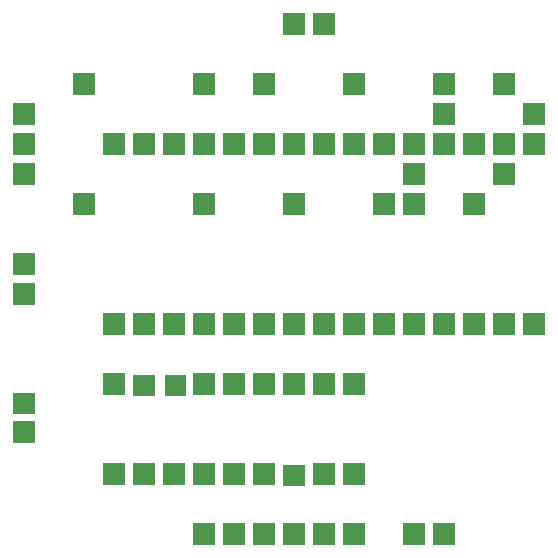
<source format=gtl>
G04 Layer: TopLayer*
G04 EasyEDA v6.4.19.5, 2021-06-09T19:17:38+02:00*
G04 94c66fb5ae3c4a55bd9af1bff0602b37,3a21a940fc264e4589df007fb316c5b6,10*
G04 Gerber Generator version 0.2*
G04 Scale: 100 percent, Rotated: No, Reflected: No *
G04 Dimensions in millimeters *
G04 leading zeros omitted , absolute positions ,4 integer and 5 decimal *
%FSLAX45Y45*%
%MOMM*%

%ADD10C,0.0001*%

%LPD*%
G36*
X9943000Y3518999D02*
G01*
X10122999Y3518999D01*
X10122999Y3339000D01*
X9943000Y3339000D01*
G37*
G36*
X9689000Y3518999D02*
G01*
X9868999Y3518999D01*
X9868999Y3339000D01*
X9689000Y3339000D01*
G37*
G36*
X9181000Y3518999D02*
G01*
X9360999Y3518999D01*
X9360999Y3339000D01*
X9181000Y3339000D01*
G37*
G36*
X9435000Y3518999D02*
G01*
X9614999Y3518999D01*
X9614999Y3339000D01*
X9435000Y3339000D01*
G37*
G36*
X8927000Y3518999D02*
G01*
X9106999Y3518999D01*
X9106999Y3339000D01*
X8927000Y3339000D01*
G37*
G36*
X8673000Y3518999D02*
G01*
X8852999Y3518999D01*
X8852999Y3339000D01*
X8673000Y3339000D01*
G37*
G36*
X8419000Y3518999D02*
G01*
X8598999Y3518999D01*
X8598999Y3339000D01*
X8419000Y3339000D01*
G37*
G36*
X8165000Y3518999D02*
G01*
X8344999Y3518999D01*
X8344999Y3339000D01*
X8165000Y3339000D01*
G37*
G36*
X7911000Y3518999D02*
G01*
X8090999Y3518999D01*
X8090999Y3339000D01*
X7911000Y3339000D01*
G37*
G36*
X7657000Y3518999D02*
G01*
X7836999Y3518999D01*
X7836999Y3339000D01*
X7657000Y3339000D01*
G37*
G36*
X7403000Y3518999D02*
G01*
X7582999Y3518999D01*
X7582999Y3339000D01*
X7403000Y3339000D01*
G37*
G36*
X7149000Y3518999D02*
G01*
X7328999Y3518999D01*
X7328999Y3339000D01*
X7149000Y3339000D01*
G37*
G36*
X6895000Y3518999D02*
G01*
X7074999Y3518999D01*
X7074999Y3339000D01*
X6895000Y3339000D01*
G37*
G36*
X6641000Y3518999D02*
G01*
X6820999Y3518999D01*
X6820999Y3339000D01*
X6641000Y3339000D01*
G37*
G36*
X6387000Y3518999D02*
G01*
X6566999Y3518999D01*
X6566999Y3339000D01*
X6387000Y3339000D01*
G37*
G36*
X6387000Y1994999D02*
G01*
X6566999Y1994999D01*
X6566999Y1815000D01*
X6387000Y1815000D01*
G37*
G36*
X6641000Y1994999D02*
G01*
X6820999Y1994999D01*
X6820999Y1815000D01*
X6641000Y1815000D01*
G37*
G36*
X6895000Y1994999D02*
G01*
X7074999Y1994999D01*
X7074999Y1815000D01*
X6895000Y1815000D01*
G37*
G36*
X7149000Y1994999D02*
G01*
X7328999Y1994999D01*
X7328999Y1815000D01*
X7149000Y1815000D01*
G37*
G36*
X7403000Y1994999D02*
G01*
X7582999Y1994999D01*
X7582999Y1815000D01*
X7403000Y1815000D01*
G37*
G36*
X7657000Y1994999D02*
G01*
X7836999Y1994999D01*
X7836999Y1815000D01*
X7657000Y1815000D01*
G37*
G36*
X7911000Y1994999D02*
G01*
X8090999Y1994999D01*
X8090999Y1815000D01*
X7911000Y1815000D01*
G37*
G36*
X8165000Y1994999D02*
G01*
X8344999Y1994999D01*
X8344999Y1815000D01*
X8165000Y1815000D01*
G37*
G36*
X8419000Y1994999D02*
G01*
X8598999Y1994999D01*
X8598999Y1815000D01*
X8419000Y1815000D01*
G37*
G36*
X8673000Y1994999D02*
G01*
X8852999Y1994999D01*
X8852999Y1815000D01*
X8673000Y1815000D01*
G37*
G36*
X8927000Y1994999D02*
G01*
X9106999Y1994999D01*
X9106999Y1815000D01*
X8927000Y1815000D01*
G37*
G36*
X9181000Y1994999D02*
G01*
X9360999Y1994999D01*
X9360999Y1815000D01*
X9181000Y1815000D01*
G37*
G36*
X9435000Y1994999D02*
G01*
X9614999Y1994999D01*
X9614999Y1815000D01*
X9435000Y1815000D01*
G37*
G36*
X9689000Y1994999D02*
G01*
X9868999Y1994999D01*
X9868999Y1815000D01*
X9689000Y1815000D01*
G37*
G36*
X9943000Y1994999D02*
G01*
X10122999Y1994999D01*
X10122999Y1815000D01*
X9943000Y1815000D01*
G37*
G36*
X9943000Y3772999D02*
G01*
X10122999Y3772999D01*
X10122999Y3593000D01*
X9943000Y3593000D01*
G37*
G36*
X9181000Y3772999D02*
G01*
X9360999Y3772999D01*
X9360999Y3593000D01*
X9181000Y3593000D01*
G37*
G36*
X9181000Y4026999D02*
G01*
X9360999Y4026999D01*
X9360999Y3847000D01*
X9181000Y3847000D01*
G37*
G36*
X9689000Y4026999D02*
G01*
X9868999Y4026999D01*
X9868999Y3847000D01*
X9689000Y3847000D01*
G37*
G36*
X8165000Y4534999D02*
G01*
X8344999Y4534999D01*
X8344999Y4355000D01*
X8165000Y4355000D01*
G37*
G36*
X7911000Y4534999D02*
G01*
X8090999Y4534999D01*
X8090999Y4355000D01*
X7911000Y4355000D01*
G37*
G36*
X8419000Y4026999D02*
G01*
X8598999Y4026999D01*
X8598999Y3847000D01*
X8419000Y3847000D01*
G37*
G36*
X7657000Y4026999D02*
G01*
X7836999Y4026999D01*
X7836999Y3847000D01*
X7657000Y3847000D01*
G37*
G36*
X6133000Y4026999D02*
G01*
X6312999Y4026999D01*
X6312999Y3847000D01*
X6133000Y3847000D01*
G37*
G36*
X7149000Y4026999D02*
G01*
X7328999Y4026999D01*
X7328999Y3847000D01*
X7149000Y3847000D01*
G37*
G36*
X6133000Y3010999D02*
G01*
X6312999Y3010999D01*
X6312999Y2831000D01*
X6133000Y2831000D01*
G37*
G36*
X7149000Y3010999D02*
G01*
X7328999Y3010999D01*
X7328999Y2831000D01*
X7149000Y2831000D01*
G37*
G36*
X8927000Y3010999D02*
G01*
X9106999Y3010999D01*
X9106999Y2831000D01*
X8927000Y2831000D01*
G37*
G36*
X8927000Y3264999D02*
G01*
X9106999Y3264999D01*
X9106999Y3085000D01*
X8927000Y3085000D01*
G37*
G36*
X8673000Y3010999D02*
G01*
X8852999Y3010999D01*
X8852999Y2831000D01*
X8673000Y2831000D01*
G37*
G36*
X7911000Y3010999D02*
G01*
X8090999Y3010999D01*
X8090999Y2831000D01*
X7911000Y2831000D01*
G37*
G36*
X5625000Y3772999D02*
G01*
X5804999Y3772999D01*
X5804999Y3593000D01*
X5625000Y3593000D01*
G37*
G36*
X5625000Y3518999D02*
G01*
X5804999Y3518999D01*
X5804999Y3339000D01*
X5625000Y3339000D01*
G37*
G36*
X5625000Y3264999D02*
G01*
X5804999Y3264999D01*
X5804999Y3085000D01*
X5625000Y3085000D01*
G37*
G36*
X5625000Y2502999D02*
G01*
X5804999Y2502999D01*
X5804999Y2323000D01*
X5625000Y2323000D01*
G37*
G36*
X5625000Y2248999D02*
G01*
X5804999Y2248999D01*
X5804999Y2069000D01*
X5625000Y2069000D01*
G37*
G36*
X6387000Y1486999D02*
G01*
X6566999Y1486999D01*
X6566999Y1307000D01*
X6387000Y1307000D01*
G37*
G36*
X6641000Y1474299D02*
G01*
X6820999Y1474299D01*
X6820999Y1294300D01*
X6641000Y1294300D01*
G37*
G36*
X6907700Y1474299D02*
G01*
X7087699Y1474299D01*
X7087699Y1294300D01*
X6907700Y1294300D01*
G37*
G36*
X7149000Y1486999D02*
G01*
X7328999Y1486999D01*
X7328999Y1307000D01*
X7149000Y1307000D01*
G37*
G36*
X7403000Y1486999D02*
G01*
X7582999Y1486999D01*
X7582999Y1307000D01*
X7403000Y1307000D01*
G37*
G36*
X7657000Y1486999D02*
G01*
X7836999Y1486999D01*
X7836999Y1307000D01*
X7657000Y1307000D01*
G37*
G36*
X7911000Y1486999D02*
G01*
X8090999Y1486999D01*
X8090999Y1307000D01*
X7911000Y1307000D01*
G37*
G36*
X8165000Y1486999D02*
G01*
X8344999Y1486999D01*
X8344999Y1307000D01*
X8165000Y1307000D01*
G37*
G36*
X8419000Y1486999D02*
G01*
X8598999Y1486999D01*
X8598999Y1307000D01*
X8419000Y1307000D01*
G37*
G36*
X8419000Y724999D02*
G01*
X8598999Y724999D01*
X8598999Y545000D01*
X8419000Y545000D01*
G37*
G36*
X8165000Y724999D02*
G01*
X8344999Y724999D01*
X8344999Y545000D01*
X8165000Y545000D01*
G37*
G36*
X7911000Y712299D02*
G01*
X8090999Y712299D01*
X8090999Y532300D01*
X7911000Y532300D01*
G37*
G36*
X7657000Y724999D02*
G01*
X7836999Y724999D01*
X7836999Y545000D01*
X7657000Y545000D01*
G37*
G36*
X7403000Y724999D02*
G01*
X7582999Y724999D01*
X7582999Y545000D01*
X7403000Y545000D01*
G37*
G36*
X7149000Y724999D02*
G01*
X7328999Y724999D01*
X7328999Y545000D01*
X7149000Y545000D01*
G37*
G36*
X6895000Y724999D02*
G01*
X7074999Y724999D01*
X7074999Y545000D01*
X6895000Y545000D01*
G37*
G36*
X6641000Y724999D02*
G01*
X6820999Y724999D01*
X6820999Y545000D01*
X6641000Y545000D01*
G37*
G36*
X6387000Y724999D02*
G01*
X6566999Y724999D01*
X6566999Y545000D01*
X6387000Y545000D01*
G37*
G36*
X8419000Y216999D02*
G01*
X8598999Y216999D01*
X8598999Y37000D01*
X8419000Y37000D01*
G37*
G36*
X8165000Y216999D02*
G01*
X8344999Y216999D01*
X8344999Y37000D01*
X8165000Y37000D01*
G37*
G36*
X7911000Y216999D02*
G01*
X8090999Y216999D01*
X8090999Y37000D01*
X7911000Y37000D01*
G37*
G36*
X8927000Y216999D02*
G01*
X9106999Y216999D01*
X9106999Y37000D01*
X8927000Y37000D01*
G37*
G36*
X9181000Y216999D02*
G01*
X9360999Y216999D01*
X9360999Y37000D01*
X9181000Y37000D01*
G37*
G36*
X9689000Y3264999D02*
G01*
X9868999Y3264999D01*
X9868999Y3085000D01*
X9689000Y3085000D01*
G37*
G36*
X9435000Y3010999D02*
G01*
X9614999Y3010999D01*
X9614999Y2831000D01*
X9435000Y2831000D01*
G37*
G36*
X7657000Y216999D02*
G01*
X7836999Y216999D01*
X7836999Y37000D01*
X7657000Y37000D01*
G37*
G36*
X7403000Y216999D02*
G01*
X7582999Y216999D01*
X7582999Y37000D01*
X7403000Y37000D01*
G37*
G36*
X7149000Y216999D02*
G01*
X7328999Y216999D01*
X7328999Y37000D01*
X7149000Y37000D01*
G37*
G36*
X5625000Y1080599D02*
G01*
X5804999Y1080599D01*
X5804999Y900600D01*
X5625000Y900600D01*
G37*
G36*
X5625000Y1321899D02*
G01*
X5804999Y1321899D01*
X5804999Y1141900D01*
X5625000Y1141900D01*
G37*
M02*

</source>
